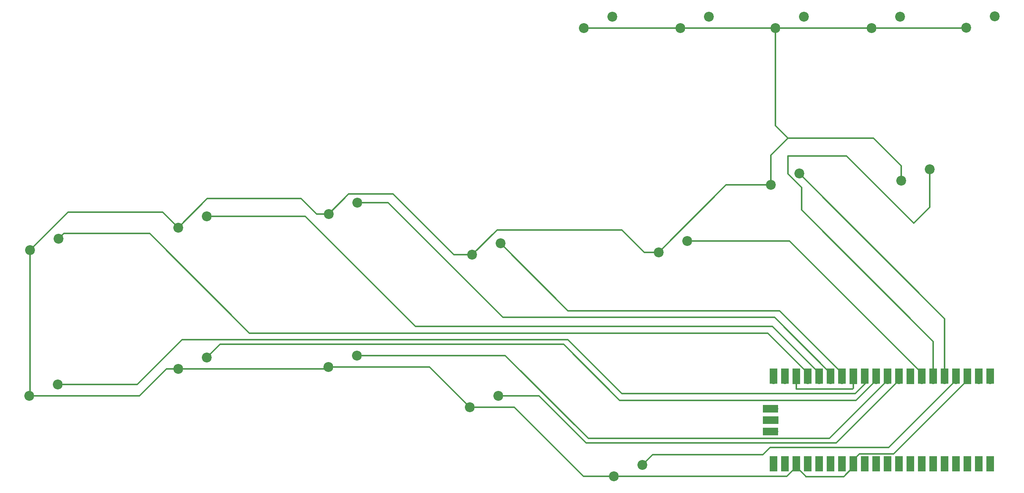
<source format=gbr>
%TF.GenerationSoftware,KiCad,Pcbnew,8.0.5*%
%TF.CreationDate,2024-10-12T18:26:30-04:00*%
%TF.ProjectId,MicrocontrollerMount,4d696372-6f63-46f6-9e74-726f6c6c6572,rev?*%
%TF.SameCoordinates,Original*%
%TF.FileFunction,Copper,L1,Top*%
%TF.FilePolarity,Positive*%
%FSLAX46Y46*%
G04 Gerber Fmt 4.6, Leading zero omitted, Abs format (unit mm)*
G04 Created by KiCad (PCBNEW 8.0.5) date 2024-10-12 18:26:30*
%MOMM*%
%LPD*%
G01*
G04 APERTURE LIST*
%TA.AperFunction,ComponentPad*%
%ADD10C,2.200000*%
%TD*%
%TA.AperFunction,ComponentPad*%
%ADD11O,1.700000X1.700000*%
%TD*%
%TA.AperFunction,SMDPad,CuDef*%
%ADD12R,1.700000X3.500000*%
%TD*%
%TA.AperFunction,ComponentPad*%
%ADD13R,1.700000X1.700000*%
%TD*%
%TA.AperFunction,SMDPad,CuDef*%
%ADD14R,3.500000X1.700000*%
%TD*%
%TA.AperFunction,Conductor*%
%ADD15C,0.300000*%
%TD*%
G04 APERTURE END LIST*
D10*
%TO.P,X1,2,B*%
%TO.N,GND*%
X138610000Y-87680000D03*
%TO.P,X1,1,A*%
%TO.N,X*%
X144960000Y-85140000D03*
%TD*%
%TO.P,GUIDE1,2,B*%
%TO.N,GND*%
X163460000Y-37100000D03*
%TO.P,GUIDE1,1,A*%
%TO.N,Guide*%
X169810000Y-34560000D03*
%TD*%
%TO.P,SWL3,2,B*%
%TO.N,GND*%
X206150000Y-37100000D03*
%TO.P,SWL3,1,A*%
%TO.N,L3*%
X212500000Y-34560000D03*
%TD*%
%TO.P,LT1,2,B*%
%TO.N,GND*%
X39960000Y-119140000D03*
%TO.P,LT1,1,A*%
%TO.N,LT*%
X46310000Y-116600000D03*
%TD*%
%TO.P,B1,2,B*%
%TO.N,GND*%
X106610000Y-112680000D03*
%TO.P,B1,1,A*%
%TO.N,B*%
X112960000Y-110140000D03*
%TD*%
%TO.P,SWR3,2,B*%
%TO.N,GND*%
X184960000Y-37100000D03*
%TO.P,SWR3,1,A*%
%TO.N,R3*%
X191310000Y-34560000D03*
%TD*%
%TO.P,UP1,2,B*%
%TO.N,GND*%
X170150000Y-137100000D03*
%TO.P,UP1,1,A*%
%TO.N,UP*%
X176500000Y-134560000D03*
%TD*%
%TO.P,RIGHT1,2,B*%
%TO.N,GND*%
X234150000Y-71100000D03*
%TO.P,RIGHT1,1,A*%
%TO.N,RIGHT*%
X240500000Y-68560000D03*
%TD*%
%TO.P,LB1,2,B*%
%TO.N,GND*%
X40150000Y-86600000D03*
%TO.P,LB1,1,A*%
%TO.N,LB*%
X46500000Y-84060000D03*
%TD*%
%TO.P,LEFT1,1,A*%
%TO.N,LEFT*%
X186500000Y-84560000D03*
%TO.P,LEFT1,2,B*%
%TO.N,GND*%
X180150000Y-87100000D03*
%TD*%
%TO.P,A1,2,B*%
%TO.N,GND*%
X138110000Y-121680000D03*
%TO.P,A1,1,A*%
%TO.N,A*%
X144460000Y-119140000D03*
%TD*%
D11*
%TO.P,U1,1,GPIO0*%
%TO.N,unconnected-(U1-GPIO0-Pad1)_1*%
X254020000Y-115640000D03*
D12*
%TO.N,unconnected-(U1-GPIO0-Pad1)*%
X254020000Y-114740000D03*
D11*
%TO.P,U1,2,GPIO1*%
%TO.N,unconnected-(U1-GPIO1-Pad2)*%
X251480000Y-115640000D03*
D12*
%TO.N,unconnected-(U1-GPIO1-Pad2)_1*%
X251480000Y-114740000D03*
D13*
%TO.P,U1,3,GND*%
%TO.N,GND*%
X248940000Y-115640000D03*
D12*
X248940000Y-114740000D03*
D11*
%TO.P,U1,4,GPIO2*%
%TO.N,UP*%
X246400000Y-115640000D03*
D12*
X246400000Y-114740000D03*
D11*
%TO.P,U1,5,GPIO3*%
%TO.N,DOWN*%
X243860000Y-115640000D03*
D12*
X243860000Y-114740000D03*
D11*
%TO.P,U1,6,GPIO4*%
%TO.N,RIGHT*%
X241320000Y-115640000D03*
D12*
X241320000Y-114740000D03*
D11*
%TO.P,U1,7,GPIO5*%
%TO.N,LEFT*%
X238780000Y-115640000D03*
D12*
X238780000Y-114740000D03*
D13*
%TO.P,U1,8,GND*%
%TO.N,GND*%
X236240000Y-115640000D03*
D12*
X236240000Y-114740000D03*
D11*
%TO.P,U1,9,GPIO6*%
%TO.N,A*%
X233700000Y-115640000D03*
D12*
X233700000Y-114740000D03*
D11*
%TO.P,U1,10,GPIO7*%
%TO.N,B*%
X231160000Y-115640000D03*
D12*
X231160000Y-114740000D03*
D11*
%TO.P,U1,11,GPIO8*%
%TO.N,RT*%
X228620000Y-115640000D03*
D12*
X228620000Y-114740000D03*
D11*
%TO.P,U1,12,GPIO9*%
%TO.N,LT*%
X226080000Y-115640000D03*
D12*
X226080000Y-114740000D03*
D13*
%TO.P,U1,13,GND*%
%TO.N,GND*%
X223540000Y-115640000D03*
D12*
X223540000Y-114740000D03*
D11*
%TO.P,U1,14,GPIO10*%
%TO.N,X*%
X221000000Y-115640000D03*
D12*
X221000000Y-114740000D03*
D11*
%TO.P,U1,15,GPIO11*%
%TO.N,Y*%
X218460000Y-115640000D03*
D12*
X218460000Y-114740000D03*
D11*
%TO.P,U1,16,GPIO12*%
%TO.N,RB*%
X215920000Y-115640000D03*
D12*
X215920000Y-114740000D03*
D11*
%TO.P,U1,17,GPIO13*%
%TO.N,LB*%
X213380000Y-115640000D03*
D12*
X213380000Y-114740000D03*
D13*
%TO.P,U1,18,GND*%
%TO.N,GND*%
X210840000Y-115640000D03*
D12*
X210840000Y-114740000D03*
D11*
%TO.P,U1,19,GPIO14*%
%TO.N,unconnected-(U1-GPIO14-Pad19)_1*%
X208300000Y-115640000D03*
D12*
%TO.N,unconnected-(U1-GPIO14-Pad19)*%
X208300000Y-114740000D03*
D11*
%TO.P,U1,20,GPIO15*%
%TO.N,unconnected-(U1-GPIO15-Pad20)*%
X205760000Y-115640000D03*
D12*
%TO.N,unconnected-(U1-GPIO15-Pad20)_1*%
X205760000Y-114740000D03*
D11*
%TO.P,U1,21,GPIO16*%
%TO.N,Back*%
X205760000Y-133420000D03*
D12*
X205760000Y-134320000D03*
D11*
%TO.P,U1,22,GPIO17*%
%TO.N,Start*%
X208300000Y-133420000D03*
D12*
X208300000Y-134320000D03*
D13*
%TO.P,U1,23,GND*%
%TO.N,GND*%
X210840000Y-133420000D03*
D12*
X210840000Y-134320000D03*
D11*
%TO.P,U1,24,GPIO18*%
%TO.N,L3*%
X213380000Y-133420000D03*
D12*
X213380000Y-134320000D03*
D11*
%TO.P,U1,25,GPIO19*%
%TO.N,R3*%
X215920000Y-133420000D03*
D12*
X215920000Y-134320000D03*
D11*
%TO.P,U1,26,GPIO20*%
%TO.N,Guide*%
X218460000Y-133420000D03*
D12*
X218460000Y-134320000D03*
D11*
%TO.P,U1,27,GPIO21*%
%TO.N,unconnected-(U1-GPIO21-Pad27)_1*%
X221000000Y-133420000D03*
D12*
%TO.N,unconnected-(U1-GPIO21-Pad27)*%
X221000000Y-134320000D03*
D13*
%TO.P,U1,28,GND*%
%TO.N,GND*%
X223540000Y-133420000D03*
D12*
X223540000Y-134320000D03*
D11*
%TO.P,U1,29,GPIO22*%
%TO.N,unconnected-(U1-GPIO22-Pad29)_1*%
X226080000Y-133420000D03*
D12*
%TO.N,unconnected-(U1-GPIO22-Pad29)*%
X226080000Y-134320000D03*
D11*
%TO.P,U1,30,RUN*%
%TO.N,unconnected-(U1-RUN-Pad30)_1*%
X228620000Y-133420000D03*
D12*
%TO.N,unconnected-(U1-RUN-Pad30)*%
X228620000Y-134320000D03*
D11*
%TO.P,U1,31,GPIO26_ADC0*%
%TO.N,unconnected-(U1-GPIO26_ADC0-Pad31)_1*%
X231160000Y-133420000D03*
D12*
%TO.N,unconnected-(U1-GPIO26_ADC0-Pad31)*%
X231160000Y-134320000D03*
D11*
%TO.P,U1,32,GPIO27_ADC1*%
%TO.N,unconnected-(U1-GPIO27_ADC1-Pad32)_1*%
X233700000Y-133420000D03*
D12*
%TO.N,unconnected-(U1-GPIO27_ADC1-Pad32)*%
X233700000Y-134320000D03*
D13*
%TO.P,U1,33,AGND*%
%TO.N,unconnected-(U1-AGND-Pad33)*%
X236240000Y-133420000D03*
D12*
%TO.N,unconnected-(U1-AGND-Pad33)_1*%
X236240000Y-134320000D03*
D11*
%TO.P,U1,34,GPIO28_ADC2*%
%TO.N,unconnected-(U1-GPIO28_ADC2-Pad34)*%
X238780000Y-133420000D03*
D12*
%TO.N,unconnected-(U1-GPIO28_ADC2-Pad34)_1*%
X238780000Y-134320000D03*
D11*
%TO.P,U1,35,ADC_VREF*%
%TO.N,unconnected-(U1-ADC_VREF-Pad35)_1*%
X241320000Y-133420000D03*
D12*
%TO.N,unconnected-(U1-ADC_VREF-Pad35)*%
X241320000Y-134320000D03*
D11*
%TO.P,U1,36,3V3*%
%TO.N,unconnected-(U1-3V3-Pad36)_1*%
X243860000Y-133420000D03*
D12*
%TO.N,unconnected-(U1-3V3-Pad36)*%
X243860000Y-134320000D03*
D11*
%TO.P,U1,37,3V3_EN*%
%TO.N,unconnected-(U1-3V3_EN-Pad37)_1*%
X246400000Y-133420000D03*
D12*
%TO.N,unconnected-(U1-3V3_EN-Pad37)*%
X246400000Y-134320000D03*
D13*
%TO.P,U1,38,GND*%
%TO.N,unconnected-(U1-GND-Pad38)*%
X248940000Y-133420000D03*
D12*
%TO.N,unconnected-(U1-GND-Pad38)_1*%
X248940000Y-134320000D03*
D11*
%TO.P,U1,39,VSYS*%
%TO.N,unconnected-(U1-VSYS-Pad39)*%
X251480000Y-133420000D03*
D12*
%TO.N,unconnected-(U1-VSYS-Pad39)_1*%
X251480000Y-134320000D03*
D11*
%TO.P,U1,40,VBUS*%
%TO.N,unconnected-(U1-VBUS-Pad40)*%
X254020000Y-133420000D03*
D12*
%TO.N,unconnected-(U1-VBUS-Pad40)_1*%
X254020000Y-134320000D03*
D11*
%TO.P,U1,41,SWCLK*%
%TO.N,unconnected-(U1-SWCLK-Pad41)_1*%
X205990000Y-121990000D03*
D14*
%TO.N,unconnected-(U1-SWCLK-Pad41)*%
X205090000Y-121990000D03*
D13*
%TO.P,U1,42,GND*%
%TO.N,GND*%
X205990000Y-124530000D03*
D14*
X205090000Y-124530000D03*
D11*
%TO.P,U1,43,SWDIO*%
%TO.N,unconnected-(U1-SWDIO-Pad43)*%
X205990000Y-127070000D03*
D14*
%TO.N,unconnected-(U1-SWDIO-Pad43)_1*%
X205090000Y-127070000D03*
%TD*%
D10*
%TO.P,DOWN1,1,A*%
%TO.N,DOWN*%
X211500000Y-69560000D03*
%TO.P,DOWN1,2,B*%
%TO.N,GND*%
X205150000Y-72100000D03*
%TD*%
%TO.P,BACK1,2,B*%
%TO.N,GND*%
X248650000Y-37060000D03*
%TO.P,BACK1,1,A*%
%TO.N,Back*%
X255000000Y-34520000D03*
%TD*%
%TO.P,RB1,2,B*%
%TO.N,GND*%
X73150000Y-81600000D03*
%TO.P,RB1,1,A*%
%TO.N,RB*%
X79500000Y-79060000D03*
%TD*%
%TO.P,Y1,2,B*%
%TO.N,GND*%
X106650000Y-78600000D03*
%TO.P,Y1,1,A*%
%TO.N,Y*%
X113000000Y-76060000D03*
%TD*%
%TO.P,RT1,2,B*%
%TO.N,GND*%
X73150000Y-113100000D03*
%TO.P,RT1,1,A*%
%TO.N,RT*%
X79500000Y-110560000D03*
%TD*%
%TO.P,START1,2,B*%
%TO.N,GND*%
X227610000Y-37140000D03*
%TO.P,START1,1,A*%
%TO.N,Start*%
X233960000Y-34600000D03*
%TD*%
D15*
%TO.N,GND*%
X227960000Y-61640000D02*
X208960000Y-61640000D01*
%TO.N,RIGHT*%
X221960000Y-65640000D02*
X236960000Y-80640000D01*
X208960000Y-65640000D02*
X221960000Y-65640000D01*
X208960000Y-69640000D02*
X208960000Y-65640000D01*
X241320000Y-107000000D02*
X241320000Y-107640000D01*
X211960000Y-77640000D02*
X241320000Y-107000000D01*
X241320000Y-115640000D02*
X241320000Y-107640000D01*
X211960000Y-72640000D02*
X211960000Y-77640000D01*
X208960000Y-69640000D02*
X211960000Y-72640000D01*
X240500000Y-77100000D02*
X240500000Y-68560000D01*
X236960000Y-80640000D02*
X240500000Y-77100000D01*
%TO.N,GND*%
X148000000Y-121680000D02*
X163420000Y-137100000D01*
X138110000Y-121680000D02*
X148000000Y-121680000D01*
X163420000Y-137100000D02*
X170150000Y-137100000D01*
%TO.N,RT*%
X224120000Y-120140000D02*
X228620000Y-115640000D01*
X158960000Y-107640000D02*
X171460000Y-120140000D01*
X171460000Y-120140000D02*
X224120000Y-120140000D01*
X82420000Y-107640000D02*
X158960000Y-107640000D01*
X79500000Y-110560000D02*
X82420000Y-107640000D01*
%TO.N,UP*%
X204960000Y-130640000D02*
X231400000Y-130640000D01*
X231400000Y-130640000D02*
X246400000Y-115640000D01*
X178790000Y-132270000D02*
X203330000Y-132270000D01*
X176500000Y-134560000D02*
X178790000Y-132270000D01*
X203330000Y-132270000D02*
X204960000Y-130640000D01*
%TO.N,LT*%
X223960000Y-118640000D02*
X226080000Y-116520000D01*
X73960000Y-106640000D02*
X159960000Y-106640000D01*
X171960000Y-118640000D02*
X223960000Y-118640000D01*
X64000000Y-116600000D02*
X73960000Y-106640000D01*
X159960000Y-106640000D02*
X171960000Y-118640000D01*
X226080000Y-116520000D02*
X226080000Y-115640000D01*
X46310000Y-116600000D02*
X64000000Y-116600000D01*
%TO.N,Y*%
X218460000Y-114140000D02*
X218460000Y-115640000D01*
X205960000Y-101640000D02*
X218460000Y-114140000D01*
X145460000Y-101640000D02*
X205960000Y-101640000D01*
X119880000Y-76060000D02*
X145460000Y-101640000D01*
X113000000Y-76060000D02*
X119880000Y-76060000D01*
%TO.N,X*%
X221000000Y-114080000D02*
X221000000Y-115640000D01*
X207060000Y-100140000D02*
X221000000Y-114080000D01*
X159960000Y-100140000D02*
X207060000Y-100140000D01*
X144960000Y-85140000D02*
X159960000Y-100140000D01*
%TO.N,RB*%
X215920000Y-114080000D02*
X215920000Y-115640000D01*
X205480000Y-103640000D02*
X215920000Y-114080000D01*
X125960000Y-103640000D02*
X205480000Y-103640000D01*
X101380000Y-79060000D02*
X125960000Y-103640000D01*
X79500000Y-79060000D02*
X101380000Y-79060000D01*
%TO.N,LEFT*%
X238780000Y-114080000D02*
X238780000Y-115640000D01*
X209260000Y-84560000D02*
X238780000Y-114080000D01*
X186500000Y-84560000D02*
X209260000Y-84560000D01*
%TO.N,LB*%
X213380000Y-114080000D02*
X213380000Y-115640000D01*
X204440000Y-105140000D02*
X213380000Y-114080000D01*
X88960000Y-105140000D02*
X204440000Y-105140000D01*
X66760000Y-82940000D02*
X88960000Y-105140000D01*
X47620000Y-82940000D02*
X66760000Y-82940000D01*
X46500000Y-84060000D02*
X47620000Y-82940000D01*
%TO.N,DOWN*%
X243860000Y-101920000D02*
X243860000Y-115640000D01*
X211500000Y-69560000D02*
X243860000Y-101920000D01*
%TO.N,B*%
X218160000Y-128640000D02*
X231160000Y-115640000D01*
X164460000Y-128640000D02*
X218160000Y-128640000D01*
X145960000Y-110140000D02*
X164460000Y-128640000D01*
X112960000Y-110140000D02*
X145960000Y-110140000D01*
%TO.N,GND*%
X210840000Y-117640000D02*
X210840000Y-115640000D01*
X223373000Y-117640000D02*
X210840000Y-117640000D01*
X223540000Y-117473000D02*
X223373000Y-117640000D01*
X223540000Y-115640000D02*
X223540000Y-117473000D01*
X206150000Y-58830000D02*
X208960000Y-61640000D01*
X206150000Y-37100000D02*
X206150000Y-58830000D01*
X248570000Y-37140000D02*
X248650000Y-37060000D01*
X227610000Y-37140000D02*
X248570000Y-37140000D01*
X205150000Y-65450000D02*
X205150000Y-72100000D01*
X208960000Y-61640000D02*
X205150000Y-65450000D01*
X234150000Y-67830000D02*
X227960000Y-61640000D01*
X234150000Y-71100000D02*
X234150000Y-67830000D01*
X195150000Y-72100000D02*
X205150000Y-72100000D01*
X180150000Y-87100000D02*
X195150000Y-72100000D01*
X134500000Y-87680000D02*
X138610000Y-87680000D01*
X120960000Y-74140000D02*
X134500000Y-87680000D01*
X111110000Y-74140000D02*
X120960000Y-74140000D01*
X106650000Y-78600000D02*
X111110000Y-74140000D01*
X103920000Y-78600000D02*
X106650000Y-78600000D01*
X100460000Y-75140000D02*
X103920000Y-78600000D01*
X79610000Y-75140000D02*
X100460000Y-75140000D01*
X73150000Y-81600000D02*
X79610000Y-75140000D01*
X69690000Y-78140000D02*
X73150000Y-81600000D01*
X48610000Y-78140000D02*
X69690000Y-78140000D01*
X40150000Y-86600000D02*
X48610000Y-78140000D01*
X224820000Y-132140000D02*
X223540000Y-133420000D01*
X232440000Y-132140000D02*
X224820000Y-132140000D01*
X248940000Y-115640000D02*
X232440000Y-132140000D01*
X223540000Y-134980000D02*
X223540000Y-133420000D01*
X221380000Y-137140000D02*
X223540000Y-134980000D01*
X212960000Y-137140000D02*
X221380000Y-137140000D01*
X212960000Y-137100000D02*
X212960000Y-137140000D01*
X210840000Y-134980000D02*
X212960000Y-137100000D01*
X210840000Y-134980000D02*
X210840000Y-133420000D01*
X208720000Y-137100000D02*
X210840000Y-134980000D01*
X170150000Y-137100000D02*
X208720000Y-137100000D01*
X129110000Y-112680000D02*
X138110000Y-121680000D01*
X106610000Y-112680000D02*
X129110000Y-112680000D01*
X106190000Y-113100000D02*
X106610000Y-112680000D01*
X73150000Y-113100000D02*
X106190000Y-113100000D01*
X70500000Y-113100000D02*
X73150000Y-113100000D01*
X64460000Y-119140000D02*
X70500000Y-113100000D01*
X39960000Y-119140000D02*
X64460000Y-119140000D01*
X40150000Y-118950000D02*
X39960000Y-119140000D01*
X40150000Y-86600000D02*
X40150000Y-118950000D01*
X184960000Y-37082600D02*
X184960000Y-37100000D01*
X163477000Y-37082600D02*
X163460000Y-37100000D01*
X184960000Y-37082600D02*
X163477000Y-37082600D01*
X206150000Y-37082600D02*
X184960000Y-37082600D01*
X227553000Y-37082600D02*
X206150000Y-37082600D01*
X227610000Y-37140000D02*
X227553000Y-37082600D01*
X206150000Y-37082600D02*
X206150000Y-37100000D01*
X176920000Y-87100000D02*
X180150000Y-87100000D01*
X171960000Y-82140000D02*
X176920000Y-87100000D01*
X144150000Y-82140000D02*
X171960000Y-82140000D01*
X138610000Y-87680000D02*
X144150000Y-82140000D01*
%TO.N,A*%
X219700000Y-129640000D02*
X233700000Y-115640000D01*
X163960000Y-129640000D02*
X219700000Y-129640000D01*
X153460000Y-119140000D02*
X163960000Y-129640000D01*
X144460000Y-119140000D02*
X153460000Y-119140000D01*
%TD*%
M02*

</source>
